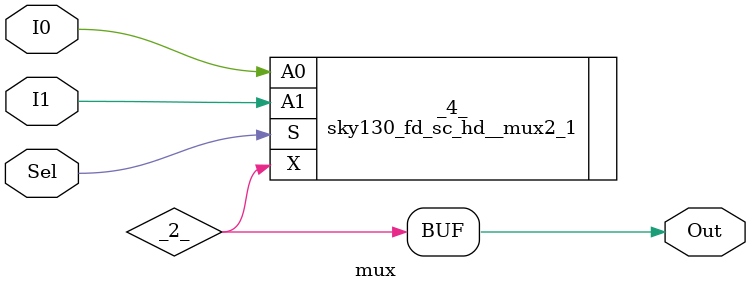
<source format=v>
/* Generated by Yosys 0.57+153 (git sha1 6b3a7e244, g++ 13.3.0-6ubuntu2~24.04 -fPIC -O3) */

module mux(I0, I1, Sel, Out);
  input I0;
  wire I0;
  input I1;
  wire I1;
  input Sel;
  wire Sel;
  output Out;
  wire Out;
  wire _0_;
  wire _1_;
  wire _2_;
  wire _3_;
  sky130_fd_sc_hd__mux2_1 _4_ (
    .A0(_0_),
    .A1(_1_),
    .S(_3_),
    .X(_2_)
  );
  assign _0_ = I0;
  assign _1_ = I1;
  assign _3_ = Sel;
  assign Out = _2_;
endmodule

</source>
